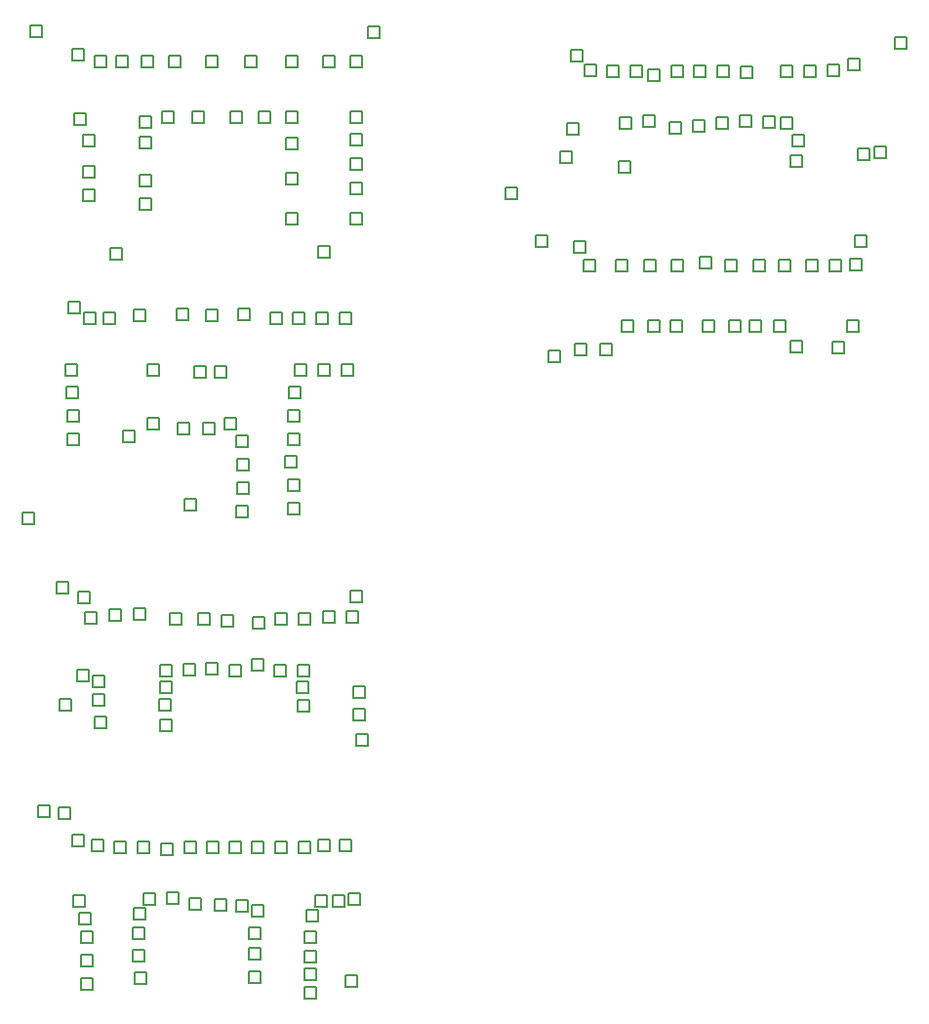
<source format=gbr>
%TF.GenerationSoftware,Altium Limited,Altium Designer,20.0.10 (225)*%
G04 Layer_Color=2752767*
%FSLAX26Y26*%
%MOIN*%
%TF.FileFunction,Drawing*%
%TF.Part,CustomerPanel*%
G01*
G75*
%TA.AperFunction,NonConductor*%
%ADD32C,0.005000*%
D32*
X3279884Y3255906D02*
Y3295906D01*
X3319884D01*
Y3255906D01*
X3279884D01*
X3349884Y3630906D02*
Y3670906D01*
X3389884D01*
Y3630906D01*
X3349884D01*
X3189884Y3555906D02*
Y3595906D01*
X3229884D01*
Y3555906D01*
X3189884D01*
X2244884Y3585906D02*
Y3625906D01*
X2284884D01*
Y3585906D01*
X2244884D01*
X2229968Y3335000D02*
Y3375000D01*
X2269968D01*
Y3335000D01*
X2229968D01*
X2994884Y3225906D02*
Y3265906D01*
X3034884D01*
Y3225906D01*
X2994884D01*
X3224884Y3250906D02*
Y3290906D01*
X3264884D01*
Y3250906D01*
X3224884D01*
X2206243Y3241453D02*
Y3281453D01*
X2246243D01*
Y3241453D01*
X2206243D01*
X2407133Y3207710D02*
Y3247710D01*
X2447133D01*
Y3207710D01*
X2407133D01*
X2824240Y3530753D02*
Y3570753D01*
X2864240D01*
Y3530753D01*
X2824240D01*
X2744794Y3534357D02*
Y3574357D01*
X2784794D01*
Y3534357D01*
X2744794D01*
X2665267D02*
Y3574357D01*
X2705267D01*
Y3534357D01*
X2665267D01*
X2585739Y3534280D02*
Y3574280D01*
X2625739D01*
Y3534280D01*
X2585739D01*
X2507452Y3520286D02*
Y3560286D01*
X2547452D01*
Y3520286D01*
X2507452D01*
X2579884Y3340906D02*
Y3380906D01*
X2619884D01*
Y3340906D01*
X2579884D01*
X2659884Y3345906D02*
Y3385906D01*
X2699884D01*
Y3345906D01*
X2659884D01*
X2740380Y3357915D02*
Y3397915D01*
X2780380D01*
Y3357915D01*
X2740380D01*
X2819706Y3363579D02*
Y3403579D01*
X2859706D01*
Y3363579D01*
X2819706D01*
X2899119Y3359317D02*
Y3399317D01*
X2939119D01*
Y3359317D01*
X2899119D01*
X2447794Y3534357D02*
Y3574357D01*
X2487794D01*
Y3534357D01*
X2447794D01*
X2368269Y3533748D02*
Y3573748D01*
X2408269D01*
Y3533748D01*
X2368269D01*
X2288805Y3536937D02*
Y3576937D01*
X2328805D01*
Y3536937D01*
X2288805D01*
X2410393Y3357000D02*
Y3397000D01*
X2450393D01*
Y3357000D01*
X2410393D01*
X2489756Y3362109D02*
Y3402109D01*
X2529756D01*
Y3362109D01*
X2489756D01*
X3119106Y3536937D02*
Y3576937D01*
X3159106D01*
Y3536937D01*
X3119106D01*
X3039643Y3533748D02*
Y3573748D01*
X3079643D01*
Y3533748D01*
X3039643D01*
X2960118Y3534357D02*
Y3574357D01*
X3000118D01*
Y3534357D01*
X2960118D01*
X2960232Y3357454D02*
Y3397454D01*
X3000232D01*
Y3357454D01*
X2960232D01*
X2019884Y3115906D02*
Y3155906D01*
X2059884D01*
Y3115906D01*
X2019884D01*
X2999884Y3295906D02*
Y3335906D01*
X3039884D01*
Y3295906D01*
X2999884D01*
X1511417Y1250748D02*
Y1290748D01*
X1551417D01*
Y1250748D01*
X1511417D01*
X1491417Y1740748D02*
Y1780748D01*
X1531417D01*
Y1740748D01*
X1491417D01*
X1476417Y1670748D02*
Y1710748D01*
X1516417D01*
Y1670748D01*
X1476417D01*
X1396417D02*
Y1710748D01*
X1436417D01*
Y1670748D01*
X1396417D01*
X496417Y1370748D02*
Y1410748D01*
X536417D01*
Y1370748D01*
X496417D01*
X561417Y1735748D02*
Y1775748D01*
X601417D01*
Y1735748D01*
X561417D01*
X486417Y1770748D02*
Y1810748D01*
X526417D01*
Y1770748D01*
X486417D01*
X584264Y1665489D02*
Y1705489D01*
X624264D01*
Y1665489D01*
X584264D01*
X556417Y1470748D02*
Y1510748D01*
X596417D01*
Y1470748D01*
X556417D01*
X611417Y1450748D02*
Y1490748D01*
X651417D01*
Y1450748D01*
X611417D01*
X836417Y1370748D02*
Y1410748D01*
X876417D01*
Y1370748D01*
X836417D01*
X611417Y1385748D02*
Y1425748D01*
X651417D01*
Y1385748D01*
X611417D01*
X616417Y1310748D02*
Y1350748D01*
X656417D01*
Y1310748D01*
X616417D01*
X841417Y1300748D02*
Y1340748D01*
X881417D01*
Y1300748D01*
X841417D01*
X1311417Y1365748D02*
Y1405748D01*
X1351417D01*
Y1365748D01*
X1311417D01*
X1499792Y1335290D02*
Y1375290D01*
X1539792D01*
Y1335290D01*
X1499792D01*
Y1414818D02*
Y1454818D01*
X1539792D01*
Y1414818D01*
X1499792D01*
X1050646Y1656906D02*
Y1696906D01*
X1090646D01*
Y1656906D01*
X1050646D01*
X971453Y1664200D02*
Y1704200D01*
X1011453D01*
Y1664200D01*
X971453D01*
X918940Y1488478D02*
Y1528478D01*
X958940D01*
Y1488478D01*
X918940D01*
X998235Y1494558D02*
Y1534558D01*
X1038235D01*
Y1494558D01*
X998235D01*
X1077430Y1487296D02*
Y1527296D01*
X1117430D01*
Y1487296D01*
X1077430D01*
X751417Y1680748D02*
Y1720748D01*
X791417D01*
Y1680748D01*
X751417D01*
X666417Y1675748D02*
Y1715748D01*
X706417D01*
Y1675748D01*
X666417D01*
X841417Y1430748D02*
Y1470748D01*
X881417D01*
Y1430748D01*
X841417D01*
X839904Y1487296D02*
Y1527296D01*
X879904D01*
Y1487296D01*
X839904D01*
X874058Y1662997D02*
Y1702997D01*
X914058D01*
Y1662997D01*
X874058D01*
X1313433Y1664654D02*
Y1704654D01*
X1353433D01*
Y1664654D01*
X1313433D01*
X1233905D02*
Y1704654D01*
X1273905D01*
Y1664654D01*
X1233905D01*
X1155809Y1649632D02*
Y1689632D01*
X1195809D01*
Y1649632D01*
X1155809D01*
X1153097Y1505785D02*
Y1545785D01*
X1193097D01*
Y1505785D01*
X1153097D01*
X1230445Y1487296D02*
Y1527296D01*
X1270445D01*
Y1487296D01*
X1230445D01*
X1309970Y1487906D02*
Y1527906D01*
X1349970D01*
Y1487906D01*
X1309970D01*
X1306417Y1430748D02*
Y1470748D01*
X1346417D01*
Y1430748D01*
X1306417D01*
X713307Y2287638D02*
Y2327638D01*
X753307D01*
Y2287638D01*
X713307D01*
X528307Y2727638D02*
Y2767638D01*
X568307D01*
Y2727638D01*
X528307D01*
X518307Y2512638D02*
Y2552638D01*
X558307D01*
Y2512638D01*
X518307D01*
X1215707Y2690299D02*
Y2730299D01*
X1255707D01*
Y2690299D01*
X1215707D01*
X1295234D02*
Y2730299D01*
X1335234D01*
Y2690299D01*
X1295234D01*
X1374762D02*
Y2730299D01*
X1414762D01*
Y2690299D01*
X1374762D01*
X1454290D02*
Y2730299D01*
X1494290D01*
Y2690299D01*
X1454290D01*
X1105492Y2703774D02*
Y2743774D01*
X1145492D01*
Y2703774D01*
X1105492D01*
X996555Y2699401D02*
Y2739401D01*
X1036555D01*
Y2699401D01*
X996555D01*
X1028307Y2507638D02*
Y2547638D01*
X1068307D01*
Y2507638D01*
X1028307D01*
X958307D02*
Y2547638D01*
X998307D01*
Y2507638D01*
X958307D01*
X899798Y2313479D02*
Y2353479D01*
X939798D01*
Y2313479D01*
X899798D01*
X988307Y2312638D02*
Y2352638D01*
X1028307D01*
Y2312638D01*
X988307D01*
X1059320Y2328474D02*
Y2368474D01*
X1099320D01*
Y2328474D01*
X1059320D01*
X795649Y2328551D02*
Y2368551D01*
X835649D01*
Y2328551D01*
X795649D01*
X751482Y2699436D02*
Y2739436D01*
X791482D01*
Y2699436D01*
X751482D01*
X795649Y2513551D02*
Y2553551D01*
X835649D01*
Y2513551D01*
X795649D01*
X895492Y2703774D02*
Y2743774D01*
X935492D01*
Y2703774D01*
X895492D01*
X1099855Y2269145D02*
Y2309145D01*
X1139855D01*
Y2269145D01*
X1099855D01*
X1103179Y2189687D02*
Y2229687D01*
X1143179D01*
Y2189687D01*
X1103179D01*
X1103924Y2110163D02*
Y2150163D01*
X1143924D01*
Y2110163D01*
X1103924D01*
X1099855Y2030739D02*
Y2070739D01*
X1139855D01*
Y2030739D01*
X1099855D01*
X1276759Y2040299D02*
Y2080299D01*
X1316759D01*
Y2040299D01*
X1276759D01*
X1275917Y2119822D02*
Y2159822D01*
X1315917D01*
Y2119822D01*
X1275917D01*
X1267556Y2198909D02*
Y2238909D01*
X1307556D01*
Y2198909D01*
X1267556D01*
X1277213Y2277849D02*
Y2317849D01*
X1317213D01*
Y2277849D01*
X1277213D01*
Y2357376D02*
Y2397376D01*
X1317213D01*
Y2357376D01*
X1277213D01*
X1278886Y2436886D02*
Y2476886D01*
X1318886D01*
Y2436886D01*
X1278886D01*
X1300031Y2513551D02*
Y2553551D01*
X1340031D01*
Y2513551D01*
X1300031D01*
X1379558D02*
Y2553551D01*
X1419558D01*
Y2513551D01*
X1379558D01*
X1459086D02*
Y2553551D01*
X1499086D01*
Y2513551D01*
X1459086D01*
X581232Y2690299D02*
Y2730299D01*
X621232D01*
Y2690299D01*
X581232D01*
X521902Y2435585D02*
Y2475585D01*
X561902D01*
Y2435585D01*
X521902D01*
X523005Y2356065D02*
Y2396065D01*
X563005D01*
Y2356065D01*
X523005D01*
Y2276537D02*
Y2316537D01*
X563005D01*
Y2276537D01*
X523005D01*
X647050Y2689174D02*
Y2729174D01*
X687050D01*
Y2689174D01*
X647050D01*
X371721Y2006446D02*
Y2046446D01*
X411721D01*
Y2006446D01*
X371721D01*
X923307Y2052638D02*
Y2092638D01*
X963307D01*
Y2052638D01*
X923307D01*
X2682798Y2881358D02*
Y2921358D01*
X2722798D01*
Y2881358D01*
X2682798D01*
X2992798Y2593740D02*
Y2633740D01*
X3032798D01*
Y2593740D01*
X2992798D01*
X3187798Y2663740D02*
Y2703740D01*
X3227798D01*
Y2663740D01*
X3187798D01*
X3212798Y2953740D02*
Y2993740D01*
X3252798D01*
Y2953740D01*
X3212798D01*
X3197798Y2873740D02*
Y2913740D01*
X3237798D01*
Y2873740D01*
X3197798D01*
X2122798Y2953740D02*
Y2993740D01*
X2162798D01*
Y2953740D01*
X2122798D01*
X2252798Y2933740D02*
Y2973740D01*
X2292798D01*
Y2933740D01*
X2252798D01*
X2257798Y2583740D02*
Y2623740D01*
X2297798D01*
Y2583740D01*
X2257798D01*
X2342798D02*
Y2623740D01*
X2382798D01*
Y2583740D01*
X2342798D01*
X2287798Y2868740D02*
Y2908740D01*
X2327798D01*
Y2868740D01*
X2287798D01*
X2397798D02*
Y2908740D01*
X2437798D01*
Y2868740D01*
X2397798D01*
X2417798Y2664615D02*
Y2704615D01*
X2457798D01*
Y2664615D01*
X2417798D01*
X2507798D02*
Y2704615D01*
X2547798D01*
Y2664615D01*
X2507798D01*
X2492798Y2868740D02*
Y2908740D01*
X2532798D01*
Y2868740D01*
X2492798D01*
X2782798Y2664615D02*
Y2704615D01*
X2822798D01*
Y2664615D01*
X2782798D01*
X2586967Y2868740D02*
Y2908740D01*
X2626967D01*
Y2868740D01*
X2586967D01*
X2584654Y2664615D02*
Y2704615D01*
X2624654D01*
Y2664615D01*
X2584654D01*
X2692798D02*
Y2704615D01*
X2732798D01*
Y2664615D01*
X2692798D01*
X2852798D02*
Y2704615D01*
X2892798D01*
Y2664615D01*
X2852798D01*
X2771541Y2868740D02*
Y2908740D01*
X2811541D01*
Y2868740D01*
X2771541D01*
X3127798D02*
Y2908740D01*
X3167798D01*
Y2868740D01*
X3127798D01*
X3047798D02*
Y2908740D01*
X3087798D01*
Y2868740D01*
X3047798D01*
X2954130D02*
Y2908740D01*
X2994130D01*
Y2868740D01*
X2954130D01*
X2867798D02*
Y2908740D01*
X2907798D01*
Y2868740D01*
X2867798D01*
X2937798Y2664615D02*
Y2704615D01*
X2977798D01*
Y2664615D01*
X2937798D01*
X3137798Y2588740D02*
Y2628740D01*
X3177798D01*
Y2588740D01*
X3137798D01*
X2167798Y2558740D02*
Y2598740D01*
X2207798D01*
Y2558740D01*
X2167798D01*
X1484606Y705748D02*
Y745748D01*
X1524606D01*
Y705748D01*
X1484606D01*
X1429606Y700748D02*
Y740748D01*
X1469606D01*
Y700748D01*
X1429606D01*
X1454606Y890748D02*
Y930748D01*
X1494606D01*
Y890748D01*
X1454606D01*
X1234549Y884374D02*
Y924374D01*
X1274549D01*
Y884374D01*
X1234549D01*
X1314076Y884358D02*
Y924358D01*
X1354076D01*
Y884358D01*
X1314076D01*
X1379606Y890748D02*
Y930748D01*
X1419606D01*
Y890748D01*
X1379606D01*
X1369606Y700748D02*
Y740748D01*
X1409606D01*
Y700748D01*
X1369606D01*
X1153347Y668185D02*
Y708185D01*
X1193347D01*
Y668185D01*
X1153347D01*
X1474606Y425748D02*
Y465748D01*
X1514606D01*
Y425748D01*
X1474606D01*
X1144606Y440748D02*
Y480748D01*
X1184606D01*
Y440748D01*
X1144606D01*
X1000698Y884665D02*
Y924665D01*
X1040698D01*
Y884665D01*
X1000698D01*
X1144606Y520748D02*
Y560748D01*
X1184606D01*
Y520748D01*
X1144606D01*
Y590748D02*
Y630748D01*
X1184606D01*
Y590748D01*
X1144606D01*
X605680Y888366D02*
Y928366D01*
X645680D01*
Y888366D01*
X605680D01*
X544606Y700748D02*
Y740748D01*
X584606D01*
Y700748D01*
X544606D01*
X424606Y1005748D02*
Y1045748D01*
X464606D01*
Y1005748D01*
X424606D01*
X494606Y1000748D02*
Y1040748D01*
X534606D01*
Y1000748D01*
X494606D01*
X746798Y511726D02*
Y551726D01*
X786798D01*
Y511726D01*
X746798D01*
Y591254D02*
Y631254D01*
X786798D01*
Y591254D01*
X746798D01*
X570676Y575679D02*
Y615679D01*
X610676D01*
Y575679D01*
X570676D01*
X569895Y496156D02*
Y536156D01*
X609895D01*
Y496156D01*
X569895D01*
Y416628D02*
Y456628D01*
X609895D01*
Y416628D01*
X569895D01*
X754606Y435748D02*
Y475748D01*
X794606D01*
Y435748D01*
X754606D01*
X1334606Y450748D02*
Y490748D01*
X1374606D01*
Y450748D01*
X1334606D01*
Y510748D02*
Y550748D01*
X1374606D01*
Y510748D01*
X1334606D01*
X1334872Y575077D02*
Y615077D01*
X1374872D01*
Y575077D01*
X1334872D01*
X1334606Y385748D02*
Y425748D01*
X1374606D01*
Y385748D01*
X1334606D01*
X1338783Y651494D02*
Y691494D01*
X1378783D01*
Y651494D01*
X1338783D01*
X1155021Y884488D02*
Y924488D01*
X1195021D01*
Y884488D01*
X1155021D01*
X1075495Y884967D02*
Y924967D01*
X1115495D01*
Y884967D01*
X1075495D01*
X923024Y883952D02*
Y923952D01*
X963024D01*
Y883952D01*
X923024D01*
X843829Y876691D02*
Y916691D01*
X883829D01*
Y876691D01*
X843829D01*
X764733Y884967D02*
Y924967D01*
X804733D01*
Y884967D01*
X764733D01*
X685208Y884358D02*
Y924358D01*
X725208D01*
Y884358D01*
X685208D01*
X539606Y905748D02*
Y945748D01*
X579606D01*
Y905748D01*
X539606D01*
X564606Y640748D02*
Y680748D01*
X604606D01*
Y640748D01*
X564606D01*
X749606Y655748D02*
Y695748D01*
X789606D01*
Y655748D01*
X749606D01*
X784552Y708064D02*
Y748064D01*
X824552D01*
Y708064D01*
X784552D01*
X864079Y708331D02*
Y748331D01*
X904079D01*
Y708331D01*
X864079D01*
X941237Y688962D02*
Y728962D01*
X981237D01*
Y688962D01*
X941237D01*
X1026351Y686556D02*
Y726556D01*
X1066351D01*
Y686556D01*
X1026351D01*
X1101570Y683456D02*
Y723456D01*
X1141570D01*
Y683456D01*
X1101570D01*
X395591Y3670118D02*
Y3710118D01*
X435591D01*
Y3670118D01*
X395591D01*
X1490591Y3377500D02*
Y3417500D01*
X1530591D01*
Y3377500D01*
X1490591D01*
X1397264Y3565118D02*
Y3605118D01*
X1437264D01*
Y3565118D01*
X1397264D01*
X1490591D02*
Y3605118D01*
X1530591D01*
Y3565118D01*
X1490591D01*
X545591Y3370118D02*
Y3410118D01*
X585591D01*
Y3370118D01*
X545591D01*
X1550591Y3665118D02*
Y3705118D01*
X1590591D01*
Y3665118D01*
X1550591D01*
X1270591Y3375118D02*
Y3415118D01*
X1310591D01*
Y3375118D01*
X1270591D01*
X770591Y3160118D02*
Y3200118D01*
X810591D01*
Y3160118D01*
X770591D01*
Y3080118D02*
Y3120118D01*
X810591D01*
Y3080118D01*
X770591D01*
X575591Y3110118D02*
Y3150118D01*
X615591D01*
Y3110118D01*
X575591D01*
Y3190118D02*
Y3230118D01*
X615591D01*
Y3190118D01*
X575591D01*
X1490591Y3215118D02*
Y3255118D01*
X1530591D01*
Y3215118D01*
X1490591D01*
Y3134203D02*
Y3174203D01*
X1530591D01*
Y3134203D01*
X1490591D01*
X1270591Y3029445D02*
Y3069445D01*
X1310591D01*
Y3029445D01*
X1270591D01*
X1490591D02*
Y3069445D01*
X1530591D01*
Y3029445D01*
X1490591D01*
X1270591Y3165003D02*
Y3205003D01*
X1310591D01*
Y3165003D01*
X1270591D01*
Y3285118D02*
Y3325118D01*
X1310591D01*
Y3285118D01*
X1270591D01*
X995591Y3565118D02*
Y3605118D01*
X1035591D01*
Y3565118D01*
X995591D01*
X950591Y3375118D02*
Y3415118D01*
X990591D01*
Y3375118D01*
X950591D01*
X1079975D02*
Y3415118D01*
X1119975D01*
Y3375118D01*
X1079975D01*
X1130591Y3565118D02*
Y3605118D01*
X1170591D01*
Y3565118D01*
X1130591D01*
X575591Y3295118D02*
Y3335118D01*
X615591D01*
Y3295118D01*
X575591D01*
X770591Y3290118D02*
Y3330118D01*
X810591D01*
Y3290118D01*
X770591D01*
X1270591Y3565118D02*
Y3605118D01*
X1310591D01*
Y3565118D01*
X1270591D01*
X1175591Y3375118D02*
Y3415118D01*
X1215591D01*
Y3375118D01*
X1175591D01*
X1490591Y3300118D02*
Y3340118D01*
X1530591D01*
Y3300118D01*
X1490591D01*
X540591Y3590118D02*
Y3630118D01*
X580591D01*
Y3590118D01*
X540591D01*
X770591Y3360118D02*
Y3400118D01*
X810591D01*
Y3360118D01*
X770591D01*
X845591Y3375118D02*
Y3415118D01*
X885591D01*
Y3375118D01*
X845591D01*
X871016Y3565118D02*
Y3605118D01*
X911016D01*
Y3565118D01*
X871016D01*
X777138D02*
Y3605118D01*
X817138D01*
Y3565118D01*
X777138D01*
X690591D02*
Y3605118D01*
X730591D01*
Y3565118D01*
X690591D01*
X615591D02*
Y3605118D01*
X655591D01*
Y3565118D01*
X615591D01*
X1380591Y2915118D02*
Y2955118D01*
X1420591D01*
Y2915118D01*
X1380591D01*
X670591Y2910118D02*
Y2950118D01*
X710591D01*
Y2910118D01*
X670591D01*
%TF.MD5,5938bac842a54d04f517ca456b86fcc1*%
M02*

</source>
